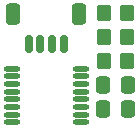
<source format=gbr>
%TF.GenerationSoftware,KiCad,Pcbnew,(6.0.5)*%
%TF.CreationDate,2022-06-11T16:37:02-05:00*%
%TF.ProjectId,ADS1219,41445331-3231-4392-9e6b-696361645f70,rev?*%
%TF.SameCoordinates,Original*%
%TF.FileFunction,Paste,Top*%
%TF.FilePolarity,Positive*%
%FSLAX46Y46*%
G04 Gerber Fmt 4.6, Leading zero omitted, Abs format (unit mm)*
G04 Created by KiCad (PCBNEW (6.0.5)) date 2022-06-11 16:37:02*
%MOMM*%
%LPD*%
G01*
G04 APERTURE LIST*
G04 Aperture macros list*
%AMRoundRect*
0 Rectangle with rounded corners*
0 $1 Rounding radius*
0 $2 $3 $4 $5 $6 $7 $8 $9 X,Y pos of 4 corners*
0 Add a 4 corners polygon primitive as box body*
4,1,4,$2,$3,$4,$5,$6,$7,$8,$9,$2,$3,0*
0 Add four circle primitives for the rounded corners*
1,1,$1+$1,$2,$3*
1,1,$1+$1,$4,$5*
1,1,$1+$1,$6,$7*
1,1,$1+$1,$8,$9*
0 Add four rect primitives between the rounded corners*
20,1,$1+$1,$2,$3,$4,$5,0*
20,1,$1+$1,$4,$5,$6,$7,0*
20,1,$1+$1,$6,$7,$8,$9,0*
20,1,$1+$1,$8,$9,$2,$3,0*%
G04 Aperture macros list end*
%ADD10O,1.400000X0.449999*%
%ADD11RoundRect,0.150000X-0.150000X-0.625000X0.150000X-0.625000X0.150000X0.625000X-0.150000X0.625000X0*%
%ADD12RoundRect,0.250000X-0.350000X-0.650000X0.350000X-0.650000X0.350000X0.650000X-0.350000X0.650000X0*%
%ADD13RoundRect,0.250000X0.350000X0.450000X-0.350000X0.450000X-0.350000X-0.450000X0.350000X-0.450000X0*%
%ADD14RoundRect,0.250000X0.337500X0.475000X-0.337500X0.475000X-0.337500X-0.475000X0.337500X-0.475000X0*%
%ADD15RoundRect,0.250000X-0.337500X-0.475000X0.337500X-0.475000X0.337500X0.475000X-0.337500X0.475000X0*%
G04 APERTURE END LIST*
D10*
%TO.C,U1*%
X168500016Y-82180001D03*
X168500016Y-82830002D03*
X168500016Y-83480001D03*
X168500016Y-84130002D03*
X168500016Y-84780001D03*
X168500016Y-85430002D03*
X168500016Y-86080001D03*
X168500016Y-86730002D03*
X174400017Y-86730002D03*
X174400017Y-86080001D03*
X174400017Y-85430002D03*
X174400017Y-84780001D03*
X174400017Y-84130002D03*
X174400017Y-83480001D03*
X174400017Y-82830002D03*
X174400017Y-82180001D03*
%TD*%
D11*
%TO.C,J1*%
X169950000Y-80065000D03*
X170950000Y-80065000D03*
X171950000Y-80065000D03*
X172950000Y-80065000D03*
D12*
X168650000Y-77540000D03*
X174250000Y-77540000D03*
%TD*%
D13*
%TO.C,R3*%
X178292000Y-77470000D03*
X176292000Y-77470000D03*
%TD*%
D14*
%TO.C,C1*%
X178329500Y-83566000D03*
X176254500Y-83566000D03*
%TD*%
D13*
%TO.C,R2*%
X178292000Y-81534000D03*
X176292000Y-81534000D03*
%TD*%
%TO.C,R1*%
X178292000Y-79502000D03*
X176292000Y-79502000D03*
%TD*%
D15*
%TO.C,C2*%
X176254500Y-85598000D03*
X178329500Y-85598000D03*
%TD*%
M02*

</source>
